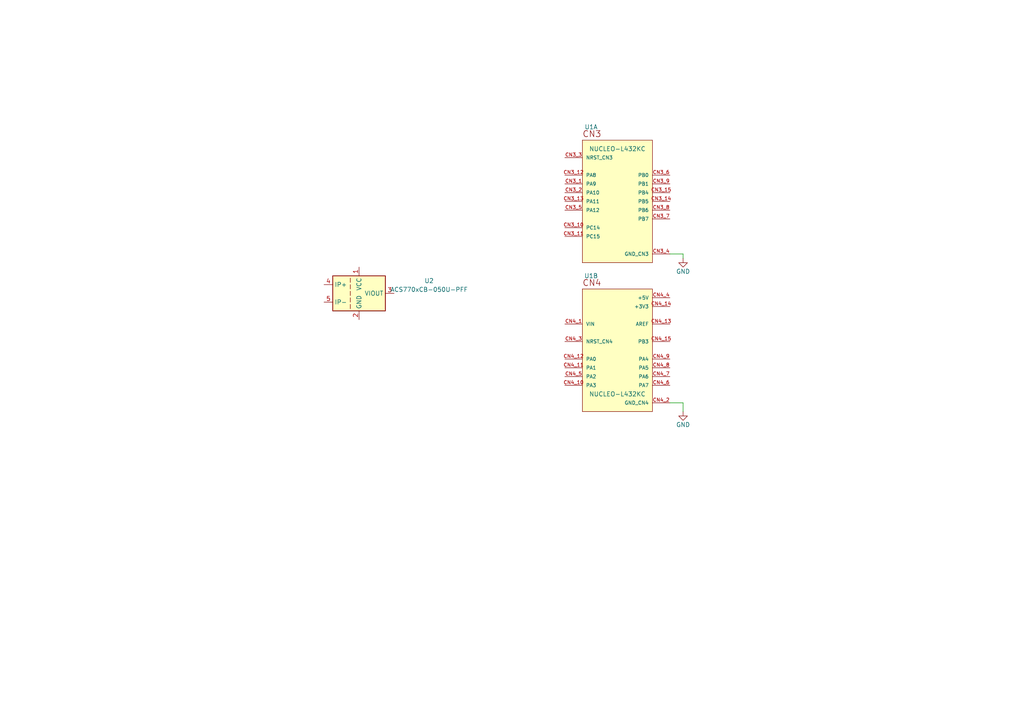
<source format=kicad_sch>
(kicad_sch (version 20230121) (generator eeschema)
  (paper "A4")
  (lib_symbols
    (symbol "Custom-Part-Symbol:NUCLEO-L432KC" (pin_names (offset 1.016))
      (property "Reference" "U" (at -10.16 21.082 0))
      (property "Value" "NUCLEO-L432KC" (at -10.16 -20.32 0))
      (symbol "NUCLEO-L432KC_1_0"
        (rectangle (start -10.16 17.78) (end 10.16 -17.78) (stroke (width 0.1524)) (fill (type background)))
        (text "CN3" (at -10.16 18.542 0) (effects (font (size 1.778 1.778)) (justify left bottom)))
        (pin bidirectional line (at -15.24 5.08 0) (length 5.08) (name "PA9") (number "CN3_1"))
        (pin bidirectional line (at -15.24 -7.62 0) (length 5.08) (name "PC14") (number "CN3_10"))
        (pin bidirectional line (at -15.24 -10.16 0) (length 5.08) (name "PC15") (number "CN3_11"))
        (pin bidirectional line (at -15.24 7.62 0) (length 5.08) (name "PA8") (number "CN3_12"))
        (pin bidirectional line (at -15.24 0 0) (length 5.08) (name "PA11") (number "CN3_13"))
        (pin bidirectional line (at 15.24 0 180) (length 5.08) (name "PB5") (number "CN3_14"))
        (pin bidirectional line (at 15.24 2.54 180) (length 5.08) (name "PB4") (number "CN3_15"))
        (pin bidirectional line (at -15.24 2.54 0) (length 5.08) (name "PA10") (number "CN3_2"))
        (pin bidirectional line (at -15.24 12.7 0) (length 5.08) (name "NRST_CN3") (number "CN3_3"))
        (pin power_in line (at 15.24 -15.24 180) (length 5.08) (name "GND_CN3") (number "CN3_4"))
        (pin bidirectional line (at -15.24 -2.54 0) (length 5.08) (name "PA12") (number "CN3_5"))
        (pin bidirectional line (at 15.24 7.62 180) (length 5.08) (name "PB0") (number "CN3_6"))
        (pin bidirectional line (at 15.24 -5.08 180) (length 5.08) (name "PB7") (number "CN3_7"))
        (pin bidirectional line (at 15.24 -2.54 180) (length 5.08) (name "PB6") (number "CN3_8"))
        (pin bidirectional line (at 15.24 5.08 180) (length 5.08) (name "PB1") (number "CN3_9"))
      )
      (symbol "NUCLEO-L432KC_2_0"
        (rectangle (start -10.16 -17.78) (end 10.16 17.78) (stroke (width 0.1524)) (fill (type background)))
        (text "CN4" (at -10.16 18.542 0) (effects (font (size 1.778 1.778)) (justify left bottom)))
        (pin input line (at -15.24 7.62 0) (length 5.08) (name "VIN") (number "CN4_1"))
        (pin bidirectional line (at -15.24 -10.16 0) (length 5.08) (name "PA3") (number "CN4_10"))
        (pin bidirectional line (at -15.24 -5.08 0) (length 5.08) (name "PA1") (number "CN4_11"))
        (pin bidirectional line (at -15.24 -2.54 0) (length 5.08) (name "PA0") (number "CN4_12"))
        (pin bidirectional line (at 15.24 7.62 180) (length 5.08) (name "AREF") (number "CN4_13"))
        (pin power_in line (at 15.24 12.7 180) (length 5.08) (name "+3V3") (number "CN4_14"))
        (pin bidirectional line (at 15.24 2.54 180) (length 5.08) (name "PB3") (number "CN4_15"))
        (pin power_in line (at 15.24 -15.24 180) (length 5.08) (name "GND_CN4") (number "CN4_2"))
        (pin bidirectional line (at -15.24 2.54 0) (length 5.08) (name "NRST_CN4") (number "CN4_3"))
        (pin power_in line (at 15.24 15.24 180) (length 5.08) (name "+5V") (number "CN4_4"))
        (pin bidirectional line (at -15.24 -7.62 0) (length 5.08) (name "PA2") (number "CN4_5"))
        (pin bidirectional line (at 15.24 -10.16 180) (length 5.08) (name "PA7") (number "CN4_6"))
        (pin bidirectional line (at 15.24 -7.62 180) (length 5.08) (name "PA6") (number "CN4_7"))
        (pin bidirectional line (at 15.24 -5.08 180) (length 5.08) (name "PA5") (number "CN4_8"))
        (pin bidirectional line (at 15.24 -2.54 180) (length 5.08) (name "PA4") (number "CN4_9"))
      )
    )
    (symbol "Sensor_Current:ACS770xCB-050U-PFF"
      (property "Reference" "U" (at -7.62 6.35 0))
      (property "Value" "ACS770xCB-050U-PFF" (at 2.54 6.35 0))
      (symbol "ACS770xCB-050U-PFF_0_1"
        (rectangle (start -7.62 5.08) (end 7.62 -5.08) (stroke (width 0.254)) (fill (type background)))
        (polyline (pts (xy -2.54 -3.175) (xy -2.54 -4.445)))
        (polyline (pts (xy -2.54 -1.27) (xy -2.54 -2.54)))
        (polyline (pts (xy -2.54 0.635) (xy -2.54 -0.635)))
        (polyline (pts (xy -2.54 1.27) (xy -2.54 2.54)))
        (polyline (pts (xy -2.54 3.175) (xy -2.54 4.445)))
      )
      (symbol "ACS770xCB-050U-PFF_1_1"
        (pin power_in line (at 0 7.62 270) (length 2.54) (name "VCC") (number "1"))
        (pin power_in line (at 0 -7.62 90) (length 2.54) (name "GND") (number "2"))
        (pin output line (at 10.16 0 180) (length 2.54) (name "VIOUT") (number "3"))
        (pin passive line (at -10.16 2.54 0) (length 2.54) (name "IP+") (number "4"))
        (pin passive line (at -10.16 -2.54 0) (length 2.54) (name "IP-") (number "5"))
      )
    )
    (symbol "power:GND" (power) (pin_names (offset 0))
      (property "Value" "GND" (at 0 -3.81 0))
      (symbol "GND_0_1"
        (polyline (pts (xy 0 0) (xy 0 -1.27) (xy 1.27 -1.27) (xy 0 -2.54) (xy -1.27 -1.27) (xy 0 -1.27)))
      )
      (symbol "GND_1_1"
        (pin power_in line (at 0 0 270) (length 0) hide (name "GND") (number "1"))
      )
    )
  )
  (wire (pts (xy 198.12 116.84) (xy 198.12 119.38)))
  (wire (pts (xy 194.31 116.84) (xy 198.12 116.84)))
  (wire (pts (xy 194.31 73.66) (xy 198.12 73.66)))
  (wire (pts (xy 198.12 73.66) (xy 198.12 74.93)))
  (text_box "input:\nfuel cell V+, V-\n\noutput:\ncurrent, voltage\n\nother things:\nplacement of nucleo onboard w/ standoff pins\nUSB data output for reading and collection \nuse USB to power nucleo, FC does not provide power\nvoltage sensor ckt, shunt R for current sense" (at 307.34 39.37 0) (size 243.84 102.87) (effects (font (size 5 5)) (justify left top)))
  (symbol (lib_id "Custom-Part-Symbol:NUCLEO-L432KC") (at 179.07 101.6 0) (unit 2)
    (property "Reference" "U1" (at 171.45 80.01 0))
    (property "Value" "NUCLEO-L432KC" (at 179.07 114.3 0))
    (property "Footprint" "Custom-Part-Footprint:NUCLEO-L432KC" (effects hide))
    (property "DigiKey_Part_Number" "497-16592-ND" (effects hide))
    (property "MF" "STMicroelectronics" (effects hide))
    (property "MAXIMUM_PACKAGE_HEIGHT" "N/A" (effects hide))
    (property "Package" "None" (effects hide))
    (property "Check_prices" "https://www.snapeda.com/parts/NUCLEO-L432KC/STMicroelectronics/view-part/?ref=eda" (effects hide))
    (property "STANDARD" "Manufacturer Recommendations" (effects hide))
    (property "PARTREV" "N/A" (effects hide))
    (property "SnapEDA_Link" "https://www.snapeda.com/parts/NUCLEO-L432KC/STMicroelectronics/view-part/?ref=snap" (effects hide))
    (property "MP" "NUCLEO-L432KC" (effects hide))
    (property "Purchase-URL" "https://www.snapeda.com/api/url_track_click_mouser/?unipart_id=628463&manufacturer=STMicroelectronics&part_name=NUCLEO-L432KC&search_term=None" (effects hide))
    (property "Description" "\nSTM32L432KC, mbed-Enabled Development Nucleo-32 STM32L4 ARM® Cortex®-M4 MCU 32-Bit Embedded Evaluation Board\n" (effects hide))
    (property "MANUFACTURER" "ST Microelectronics" (effects hide))
  )
  (symbol (lib_id "power:GND") (at 198.12 119.38 0) (unit 1)
    (property "Reference" "#PWR01" (effects hide))
    (property "Value" "GND" (at 198.12 123.19 0))
  )
  (symbol (lib_id "Custom-Part-Symbol:NUCLEO-L432KC") (at 179.07 58.42 0) (unit 1)
    (property "Reference" "U1" (at 171.45 36.83 0))
    (property "Value" "NUCLEO-L432KC" (at 179.07 43.18 0))
    (property "Footprint" "Custom-Part-Footprint:NUCLEO-L432KC" (effects hide))
    (property "DigiKey_Part_Number" "497-16592-ND" (effects hide))
    (property "MF" "STMicroelectronics" (effects hide))
    (property "MAXIMUM_PACKAGE_HEIGHT" "N/A" (effects hide))
    (property "Package" "None" (effects hide))
    (property "Check_prices" "https://www.snapeda.com/parts/NUCLEO-L432KC/STMicroelectronics/view-part/?ref=eda" (effects hide))
    (property "STANDARD" "Manufacturer Recommendations" (effects hide))
    (property "PARTREV" "N/A" (effects hide))
    (property "SnapEDA_Link" "https://www.snapeda.com/parts/NUCLEO-L432KC/STMicroelectronics/view-part/?ref=snap" (effects hide))
    (property "MP" "NUCLEO-L432KC" (effects hide))
    (property "Purchase-URL" "https://www.snapeda.com/api/url_track_click_mouser/?unipart_id=628463&manufacturer=STMicroelectronics&part_name=NUCLEO-L432KC&search_term=None" (effects hide))
    (property "Description" "\nSTM32L432KC, mbed-Enabled Development Nucleo-32 STM32L4 ARM® Cortex®-M4 MCU 32-Bit Embedded Evaluation Board\n" (effects hide))
    (property "MANUFACTURER" "ST Microelectronics" (effects hide))
  )
  (symbol (lib_id "Sensor_Current:ACS770xCB-050U-PFF") (at 104.14 85.09 0) (unit 1)
    (property "Reference" "U2" (at 124.46 81.4421 0))
    (property "Value" "ACS770xCB-050U-PFF" (at 124.46 83.9821 0))
    (property "Footprint" "Sensor_Current:Allegro_CB_PFF" (effects hide))
    (property "Datasheet" "http://www.allegromicro.com/~/media/Files/Datasheets/ACS758-Datasheet.ashx?la=en" (effects hide))
  )
  (symbol (lib_id "power:GND") (at 198.12 74.93 0) (unit 1)
    (property "Reference" "#PWR02" (effects hide))
    (property "Value" "GND" (at 198.12 78.74 0))
  )
)
</source>
